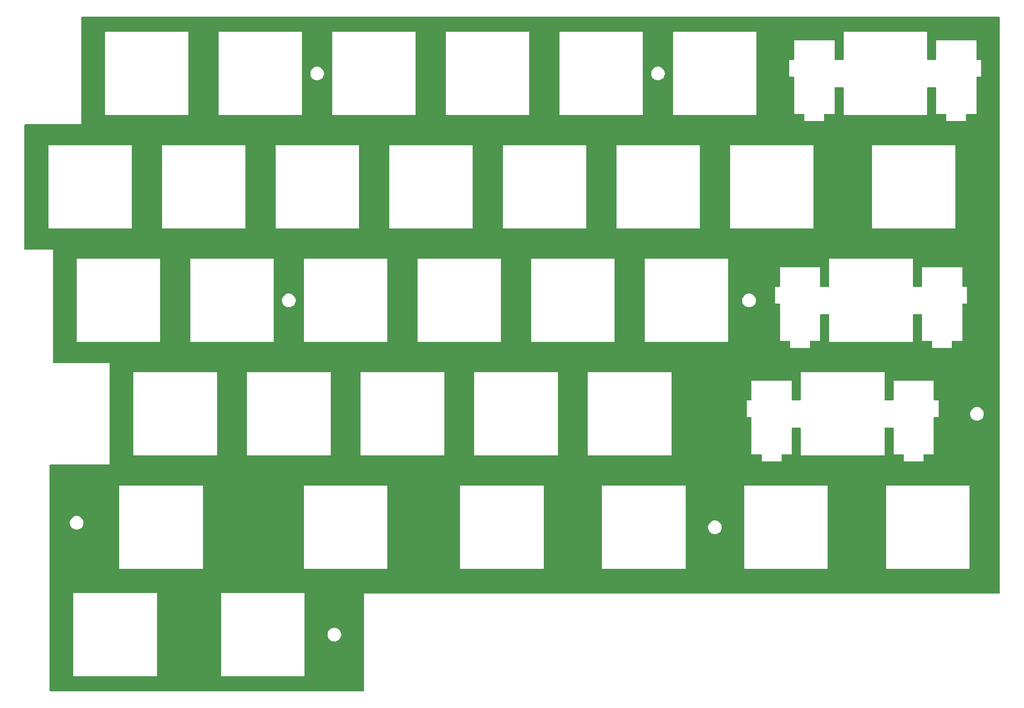
<source format=gbr>
%TF.GenerationSoftware,KiCad,Pcbnew,8.0.7*%
%TF.CreationDate,2025-08-07T20:29:27+02:00*%
%TF.ProjectId,plate6_dx,706c6174-6536-45f6-9478-2e6b69636164,rev?*%
%TF.SameCoordinates,Original*%
%TF.FileFunction,Copper,L1,Top*%
%TF.FilePolarity,Positive*%
%FSLAX46Y46*%
G04 Gerber Fmt 4.6, Leading zero omitted, Abs format (unit mm)*
G04 Created by KiCad (PCBNEW 8.0.7) date 2025-08-07 20:29:27*
%MOMM*%
%LPD*%
G01*
G04 APERTURE LIST*
G04 APERTURE END LIST*
%TA.AperFunction,NonConductor*%
G36*
X249046039Y-57811441D02*
G01*
X249091794Y-57864245D01*
X249103000Y-57915756D01*
X249103000Y-154514595D01*
X249083315Y-154581634D01*
X249030511Y-154627389D01*
X248979000Y-154638595D01*
X142525000Y-154638595D01*
X142525000Y-170891050D01*
X142505315Y-170958089D01*
X142452511Y-171003844D01*
X142401000Y-171015050D01*
X89899000Y-171015050D01*
X89831961Y-170995365D01*
X89786206Y-170942561D01*
X89775000Y-170891050D01*
X89775000Y-168515050D01*
X93775000Y-168515050D01*
X107775000Y-168515050D01*
X118525000Y-168515050D01*
X132525000Y-168515050D01*
X132525000Y-161408714D01*
X136377453Y-161408714D01*
X136377453Y-161621386D01*
X136416531Y-161830437D01*
X136493356Y-162028744D01*
X136493358Y-162028750D01*
X136605308Y-162209555D01*
X136605314Y-162209564D01*
X136748590Y-162366731D01*
X136918306Y-162494894D01*
X137015889Y-162543484D01*
X137108671Y-162589685D01*
X137108675Y-162589686D01*
X137108682Y-162589690D01*
X137313235Y-162647891D01*
X137524999Y-162667514D01*
X137525000Y-162667514D01*
X137525001Y-162667514D01*
X137595588Y-162660973D01*
X137736765Y-162647891D01*
X137941318Y-162589690D01*
X138131694Y-162494894D01*
X138301410Y-162366731D01*
X138444686Y-162209564D01*
X138556643Y-162028747D01*
X138633469Y-161830437D01*
X138672547Y-161621386D01*
X138675000Y-161515050D01*
X138672547Y-161408714D01*
X138633469Y-161199663D01*
X138556643Y-161001353D01*
X138444686Y-160820536D01*
X138301410Y-160663369D01*
X138131694Y-160535206D01*
X137941328Y-160440414D01*
X137941315Y-160440409D01*
X137871817Y-160420635D01*
X137736765Y-160382209D01*
X137630882Y-160372398D01*
X137525001Y-160362587D01*
X137524999Y-160362587D01*
X137313235Y-160382209D01*
X137108684Y-160440409D01*
X137108671Y-160440414D01*
X136918305Y-160535206D01*
X136748591Y-160663368D01*
X136748590Y-160663369D01*
X136605314Y-160820536D01*
X136605312Y-160820537D01*
X136605310Y-160820541D01*
X136605308Y-160820544D01*
X136493358Y-161001349D01*
X136493357Y-161001353D01*
X136416531Y-161199663D01*
X136377453Y-161408714D01*
X132525000Y-161408714D01*
X132525000Y-154515050D01*
X118525000Y-154515050D01*
X118525000Y-168515050D01*
X107775000Y-168515050D01*
X107775000Y-154515050D01*
X93775000Y-154515050D01*
X93775000Y-168515050D01*
X89775000Y-168515050D01*
X89775000Y-150515500D01*
X101455000Y-150515500D01*
X115456000Y-150515500D01*
X132413000Y-150515500D01*
X146412000Y-150515500D01*
X158605000Y-150515500D01*
X172606000Y-150515500D01*
X182419000Y-150515500D01*
X196418000Y-150515500D01*
X206230000Y-150515500D01*
X220231000Y-150515500D01*
X230044000Y-150515500D01*
X244044000Y-150515500D01*
X244044000Y-136514600D01*
X230044000Y-136514600D01*
X230044000Y-150515500D01*
X220231000Y-150515500D01*
X220231000Y-136514600D01*
X206230000Y-136514600D01*
X206230000Y-150515500D01*
X196418000Y-150515500D01*
X196418000Y-143408714D01*
X200176453Y-143408714D01*
X200176453Y-143621386D01*
X200215531Y-143830437D01*
X200236627Y-143884891D01*
X200292356Y-144028744D01*
X200292358Y-144028750D01*
X200404308Y-144209555D01*
X200404314Y-144209564D01*
X200547590Y-144366731D01*
X200717306Y-144494894D01*
X200814889Y-144543484D01*
X200907671Y-144589685D01*
X200907675Y-144589686D01*
X200907682Y-144589690D01*
X201112235Y-144647891D01*
X201323999Y-144667514D01*
X201324000Y-144667514D01*
X201324001Y-144667514D01*
X201394588Y-144660973D01*
X201535765Y-144647891D01*
X201740318Y-144589690D01*
X201930694Y-144494894D01*
X202100410Y-144366731D01*
X202243686Y-144209564D01*
X202355643Y-144028747D01*
X202432469Y-143830437D01*
X202471547Y-143621386D01*
X202474000Y-143515050D01*
X202471547Y-143408714D01*
X202432469Y-143199663D01*
X202355643Y-143001353D01*
X202267120Y-142858384D01*
X202243691Y-142820544D01*
X202243689Y-142820541D01*
X202243686Y-142820536D01*
X202100410Y-142663369D01*
X201930694Y-142535206D01*
X201740328Y-142440414D01*
X201740315Y-142440409D01*
X201670817Y-142420635D01*
X201535765Y-142382209D01*
X201429882Y-142372398D01*
X201324001Y-142362587D01*
X201323999Y-142362587D01*
X201112235Y-142382209D01*
X200907684Y-142440409D01*
X200907671Y-142440414D01*
X200717305Y-142535206D01*
X200547591Y-142663368D01*
X200547590Y-142663369D01*
X200404314Y-142820536D01*
X200404312Y-142820537D01*
X200404310Y-142820541D01*
X200404308Y-142820544D01*
X200292358Y-143001349D01*
X200292357Y-143001353D01*
X200215531Y-143199663D01*
X200176453Y-143408714D01*
X196418000Y-143408714D01*
X196418000Y-136514600D01*
X182419000Y-136514600D01*
X182419000Y-150515500D01*
X172606000Y-150515500D01*
X172606000Y-136514600D01*
X158605000Y-136514600D01*
X158605000Y-150515500D01*
X146412000Y-150515500D01*
X146412000Y-136514600D01*
X132413000Y-136514600D01*
X132413000Y-150515500D01*
X115456000Y-150515500D01*
X115456000Y-136514600D01*
X101455000Y-136514600D01*
X101455000Y-150515500D01*
X89775000Y-150515500D01*
X89775000Y-142645714D01*
X93167453Y-142645714D01*
X93167453Y-142858386D01*
X93206531Y-143067437D01*
X93257757Y-143199665D01*
X93283356Y-143265744D01*
X93283358Y-143265750D01*
X93395308Y-143446555D01*
X93395314Y-143446564D01*
X93538590Y-143603731D01*
X93708306Y-143731894D01*
X93805889Y-143780484D01*
X93898671Y-143826685D01*
X93898675Y-143826686D01*
X93898682Y-143826690D01*
X94103235Y-143884891D01*
X94314999Y-143904514D01*
X94315000Y-143904514D01*
X94315001Y-143904514D01*
X94385588Y-143897973D01*
X94526765Y-143884891D01*
X94731318Y-143826690D01*
X94921694Y-143731894D01*
X95091410Y-143603731D01*
X95234686Y-143446564D01*
X95346643Y-143265747D01*
X95423469Y-143067437D01*
X95462547Y-142858386D01*
X95465000Y-142752050D01*
X95462547Y-142645714D01*
X95423469Y-142436663D01*
X95346643Y-142238353D01*
X95234686Y-142057536D01*
X95091410Y-141900369D01*
X94921694Y-141772206D01*
X94731328Y-141677414D01*
X94731315Y-141677409D01*
X94661817Y-141657635D01*
X94526765Y-141619209D01*
X94420882Y-141609398D01*
X94315001Y-141599587D01*
X94314999Y-141599587D01*
X94103235Y-141619209D01*
X93898684Y-141677409D01*
X93898671Y-141677414D01*
X93708305Y-141772206D01*
X93538591Y-141900368D01*
X93538590Y-141900369D01*
X93395314Y-142057536D01*
X93395312Y-142057537D01*
X93395310Y-142057541D01*
X93395308Y-142057544D01*
X93283358Y-142238349D01*
X93283357Y-142238353D01*
X93206531Y-142436663D01*
X93167453Y-142645714D01*
X89775000Y-142645714D01*
X89775000Y-133112600D01*
X89794685Y-133045561D01*
X89847489Y-132999806D01*
X89899000Y-132988600D01*
X99838000Y-132988600D01*
X99838000Y-131465300D01*
X103838000Y-131465300D01*
X117837000Y-131465300D01*
X122888000Y-131465300D01*
X136887000Y-131465300D01*
X141938000Y-131465300D01*
X155937000Y-131465300D01*
X160988000Y-131465300D01*
X174987000Y-131465300D01*
X180038000Y-131465300D01*
X194037000Y-131465300D01*
X194037000Y-122166500D01*
X206656000Y-122166500D01*
X206656000Y-124965400D01*
X207356000Y-124965400D01*
X207423039Y-124985085D01*
X207468794Y-125037889D01*
X207480000Y-125089400D01*
X207480000Y-131235300D01*
X209081000Y-131235300D01*
X209148039Y-131254985D01*
X209193794Y-131307789D01*
X209205000Y-131359300D01*
X209205000Y-132435500D01*
X212506000Y-132435500D01*
X212506000Y-131359300D01*
X212525685Y-131292261D01*
X212578489Y-131246506D01*
X212630000Y-131235300D01*
X214231000Y-131235300D01*
X214231000Y-126888900D01*
X214250685Y-126821861D01*
X214303489Y-126776106D01*
X214355000Y-126764900D01*
X215631000Y-126764900D01*
X215698039Y-126784585D01*
X215743794Y-126837389D01*
X215755000Y-126888900D01*
X215755000Y-131465300D01*
X229756000Y-131465300D01*
X229756000Y-126888900D01*
X229775685Y-126821861D01*
X229828489Y-126776106D01*
X229880000Y-126764900D01*
X231156000Y-126764900D01*
X231223039Y-126784585D01*
X231268794Y-126837389D01*
X231280000Y-126888900D01*
X231280000Y-131235300D01*
X232881000Y-131235300D01*
X232948039Y-131254985D01*
X232993794Y-131307789D01*
X233005000Y-131359300D01*
X233005000Y-132435500D01*
X236307000Y-132435500D01*
X236307000Y-131359300D01*
X236326685Y-131292261D01*
X236379489Y-131246506D01*
X236431000Y-131235300D01*
X238032000Y-131235300D01*
X238032000Y-125089400D01*
X238051685Y-125022361D01*
X238104489Y-124976606D01*
X238156000Y-124965400D01*
X238854000Y-124965400D01*
X238854000Y-124359314D01*
X244130953Y-124359314D01*
X244130953Y-124571986D01*
X244170031Y-124781037D01*
X244241454Y-124965400D01*
X244246856Y-124979344D01*
X244246858Y-124979350D01*
X244358808Y-125160155D01*
X244358814Y-125160164D01*
X244502090Y-125317331D01*
X244671806Y-125445494D01*
X244769389Y-125494084D01*
X244862171Y-125540285D01*
X244862175Y-125540286D01*
X244862182Y-125540290D01*
X245066735Y-125598491D01*
X245278499Y-125618114D01*
X245278500Y-125618114D01*
X245278501Y-125618114D01*
X245349088Y-125611573D01*
X245490265Y-125598491D01*
X245694818Y-125540290D01*
X245885194Y-125445494D01*
X246054910Y-125317331D01*
X246198186Y-125160164D01*
X246310143Y-124979347D01*
X246386969Y-124781037D01*
X246426047Y-124571986D01*
X246428500Y-124465650D01*
X246426047Y-124359314D01*
X246386969Y-124150263D01*
X246310143Y-123951953D01*
X246198186Y-123771136D01*
X246054910Y-123613969D01*
X245885194Y-123485806D01*
X245694828Y-123391014D01*
X245694815Y-123391009D01*
X245625317Y-123371235D01*
X245490265Y-123332809D01*
X245384382Y-123322998D01*
X245278501Y-123313187D01*
X245278499Y-123313187D01*
X245066735Y-123332809D01*
X244862184Y-123391009D01*
X244862171Y-123391014D01*
X244671805Y-123485806D01*
X244502091Y-123613968D01*
X244502090Y-123613969D01*
X244358814Y-123771136D01*
X244358812Y-123771137D01*
X244358810Y-123771141D01*
X244358808Y-123771144D01*
X244246858Y-123951949D01*
X244246857Y-123951953D01*
X244170031Y-124150263D01*
X244130953Y-124359314D01*
X238854000Y-124359314D01*
X238854000Y-122166500D01*
X238156000Y-122166500D01*
X238088961Y-122146815D01*
X238043206Y-122094011D01*
X238032000Y-122042500D01*
X238032000Y-118936400D01*
X231280000Y-118936400D01*
X231280000Y-122042500D01*
X231260315Y-122109539D01*
X231207511Y-122155294D01*
X231156000Y-122166500D01*
X229880000Y-122166500D01*
X229812961Y-122146815D01*
X229767206Y-122094011D01*
X229756000Y-122042500D01*
X229756000Y-117466000D01*
X215755000Y-117466000D01*
X215755000Y-122042500D01*
X215735315Y-122109539D01*
X215682511Y-122155294D01*
X215631000Y-122166500D01*
X214355000Y-122166500D01*
X214287961Y-122146815D01*
X214242206Y-122094011D01*
X214231000Y-122042500D01*
X214231000Y-118936400D01*
X207480000Y-118936400D01*
X207480000Y-122042500D01*
X207460315Y-122109539D01*
X207407511Y-122155294D01*
X207356000Y-122166500D01*
X206656000Y-122166500D01*
X194037000Y-122166500D01*
X194037000Y-117466000D01*
X180038000Y-117466000D01*
X180038000Y-131465300D01*
X174987000Y-131465300D01*
X174987000Y-117466000D01*
X160988000Y-117466000D01*
X160988000Y-131465300D01*
X155937000Y-131465300D01*
X155937000Y-117466000D01*
X141938000Y-117466000D01*
X141938000Y-131465300D01*
X136887000Y-131465300D01*
X136887000Y-117466000D01*
X122888000Y-117466000D01*
X122888000Y-131465300D01*
X117837000Y-131465300D01*
X117837000Y-117466000D01*
X103838000Y-117466000D01*
X103838000Y-131465300D01*
X99838000Y-131465300D01*
X99838000Y-115941300D01*
X90437000Y-115941300D01*
X90369961Y-115921615D01*
X90324206Y-115868811D01*
X90313000Y-115817300D01*
X90313000Y-112415300D01*
X94313000Y-112415300D01*
X108312000Y-112415300D01*
X113363000Y-112415300D01*
X127362000Y-112415300D01*
X132413000Y-112415300D01*
X146412000Y-112415300D01*
X151463000Y-112415300D01*
X165462000Y-112415300D01*
X170513000Y-112415300D01*
X184512000Y-112415300D01*
X189563000Y-112415300D01*
X203562000Y-112415300D01*
X203562000Y-105309314D01*
X205914953Y-105309314D01*
X205914953Y-105521986D01*
X205954031Y-105731037D01*
X206025454Y-105915400D01*
X206030856Y-105929344D01*
X206030858Y-105929350D01*
X206142808Y-106110155D01*
X206142814Y-106110164D01*
X206286090Y-106267331D01*
X206455806Y-106395494D01*
X206553389Y-106444084D01*
X206646171Y-106490285D01*
X206646175Y-106490286D01*
X206646182Y-106490290D01*
X206850735Y-106548491D01*
X207062499Y-106568114D01*
X207062500Y-106568114D01*
X207062501Y-106568114D01*
X207133088Y-106561573D01*
X207274265Y-106548491D01*
X207478818Y-106490290D01*
X207669194Y-106395494D01*
X207838910Y-106267331D01*
X207982186Y-106110164D01*
X208094143Y-105929347D01*
X208170969Y-105731037D01*
X208210047Y-105521986D01*
X208212500Y-105415650D01*
X208210047Y-105309314D01*
X208170969Y-105100263D01*
X208094143Y-104901953D01*
X207982186Y-104721136D01*
X207838910Y-104563969D01*
X207669194Y-104435806D01*
X207478828Y-104341014D01*
X207478815Y-104341009D01*
X207409317Y-104321235D01*
X207274265Y-104282809D01*
X207168382Y-104272998D01*
X207062501Y-104263187D01*
X207062499Y-104263187D01*
X206850735Y-104282809D01*
X206646184Y-104341009D01*
X206646171Y-104341014D01*
X206455805Y-104435806D01*
X206286091Y-104563968D01*
X206286090Y-104563969D01*
X206142814Y-104721136D01*
X206142812Y-104721137D01*
X206142810Y-104721141D01*
X206142808Y-104721144D01*
X206030858Y-104901949D01*
X206030857Y-104901953D01*
X205954031Y-105100263D01*
X205914953Y-105309314D01*
X203562000Y-105309314D01*
X203562000Y-103116500D01*
X211418000Y-103116500D01*
X211418000Y-105915400D01*
X212120000Y-105915400D01*
X212187039Y-105935085D01*
X212232794Y-105987889D01*
X212244000Y-106039400D01*
X212244000Y-112185300D01*
X213845000Y-112185300D01*
X213912039Y-112204985D01*
X213957794Y-112257789D01*
X213969000Y-112309300D01*
X213969000Y-113385500D01*
X217268000Y-113385500D01*
X217268000Y-112309300D01*
X217287685Y-112242261D01*
X217340489Y-112196506D01*
X217392000Y-112185300D01*
X218994000Y-112185300D01*
X218994000Y-107840300D01*
X219013685Y-107773261D01*
X219066489Y-107727506D01*
X219118000Y-107716300D01*
X220395000Y-107716300D01*
X220462039Y-107735985D01*
X220507794Y-107788789D01*
X220519000Y-107840300D01*
X220519000Y-112415300D01*
X234518000Y-112415300D01*
X234518000Y-107840300D01*
X234537685Y-107773261D01*
X234590489Y-107727506D01*
X234642000Y-107716300D01*
X235919000Y-107716300D01*
X235986039Y-107735985D01*
X236031794Y-107788789D01*
X236043000Y-107840300D01*
X236043000Y-112185300D01*
X237644000Y-112185300D01*
X237711039Y-112204985D01*
X237756794Y-112257789D01*
X237768000Y-112309300D01*
X237768000Y-113385500D01*
X241070000Y-113385500D01*
X241070000Y-112309300D01*
X241089685Y-112242261D01*
X241142489Y-112196506D01*
X241194000Y-112185300D01*
X242795000Y-112185300D01*
X242795000Y-106039400D01*
X242814685Y-105972361D01*
X242867489Y-105926606D01*
X242919000Y-105915400D01*
X243620000Y-105915400D01*
X243620000Y-103116500D01*
X242919000Y-103116500D01*
X242851961Y-103096815D01*
X242806206Y-103044011D01*
X242795000Y-102992500D01*
X242795000Y-99886400D01*
X236043000Y-99886400D01*
X236043000Y-102992500D01*
X236023315Y-103059539D01*
X235970511Y-103105294D01*
X235919000Y-103116500D01*
X234642000Y-103116500D01*
X234574961Y-103096815D01*
X234529206Y-103044011D01*
X234518000Y-102992500D01*
X234518000Y-98416000D01*
X220519000Y-98416000D01*
X220519000Y-102992500D01*
X220499315Y-103059539D01*
X220446511Y-103105294D01*
X220395000Y-103116500D01*
X219118000Y-103116500D01*
X219050961Y-103096815D01*
X219005206Y-103044011D01*
X218994000Y-102992500D01*
X218994000Y-99886400D01*
X212244000Y-99886400D01*
X212244000Y-102992500D01*
X212224315Y-103059539D01*
X212171511Y-103105294D01*
X212120000Y-103116500D01*
X211418000Y-103116500D01*
X203562000Y-103116500D01*
X203562000Y-98416000D01*
X189563000Y-98416000D01*
X189563000Y-112415300D01*
X184512000Y-112415300D01*
X184512000Y-98416000D01*
X170513000Y-98416000D01*
X170513000Y-112415300D01*
X165462000Y-112415300D01*
X165462000Y-98416000D01*
X151463000Y-98416000D01*
X151463000Y-112415300D01*
X146412000Y-112415300D01*
X146412000Y-98416000D01*
X132413000Y-98416000D01*
X132413000Y-112415300D01*
X127362000Y-112415300D01*
X127362000Y-105309314D01*
X128739953Y-105309314D01*
X128739953Y-105521986D01*
X128779031Y-105731037D01*
X128850454Y-105915400D01*
X128855856Y-105929344D01*
X128855858Y-105929350D01*
X128967808Y-106110155D01*
X128967814Y-106110164D01*
X129111090Y-106267331D01*
X129280806Y-106395494D01*
X129378389Y-106444084D01*
X129471171Y-106490285D01*
X129471175Y-106490286D01*
X129471182Y-106490290D01*
X129675735Y-106548491D01*
X129887499Y-106568114D01*
X129887500Y-106568114D01*
X129887501Y-106568114D01*
X129958088Y-106561573D01*
X130099265Y-106548491D01*
X130303818Y-106490290D01*
X130494194Y-106395494D01*
X130663910Y-106267331D01*
X130807186Y-106110164D01*
X130919143Y-105929347D01*
X130995969Y-105731037D01*
X131035047Y-105521986D01*
X131037500Y-105415650D01*
X131035047Y-105309314D01*
X130995969Y-105100263D01*
X130919143Y-104901953D01*
X130807186Y-104721136D01*
X130663910Y-104563969D01*
X130494194Y-104435806D01*
X130303828Y-104341014D01*
X130303815Y-104341009D01*
X130234317Y-104321235D01*
X130099265Y-104282809D01*
X129993382Y-104272998D01*
X129887501Y-104263187D01*
X129887499Y-104263187D01*
X129675735Y-104282809D01*
X129471184Y-104341009D01*
X129471171Y-104341014D01*
X129280805Y-104435806D01*
X129111091Y-104563968D01*
X129111090Y-104563969D01*
X128967814Y-104721136D01*
X128967812Y-104721137D01*
X128967810Y-104721141D01*
X128967808Y-104721144D01*
X128855858Y-104901949D01*
X128855857Y-104901953D01*
X128779031Y-105100263D01*
X128739953Y-105309314D01*
X127362000Y-105309314D01*
X127362000Y-98416000D01*
X113363000Y-98416000D01*
X113363000Y-112415300D01*
X108312000Y-112415300D01*
X108312000Y-98416000D01*
X94313000Y-98416000D01*
X94313000Y-112415300D01*
X90313000Y-112415300D01*
X90313000Y-96891300D01*
X85674000Y-96891300D01*
X85606961Y-96871615D01*
X85561206Y-96818811D01*
X85550000Y-96767300D01*
X85550000Y-93365300D01*
X89550000Y-93365300D01*
X103550000Y-93365300D01*
X108600000Y-93365300D01*
X122600000Y-93365300D01*
X127650000Y-93365300D01*
X141650000Y-93365300D01*
X146700000Y-93365300D01*
X160700000Y-93365300D01*
X165750000Y-93365300D01*
X179750000Y-93365300D01*
X184800000Y-93365300D01*
X198800000Y-93365300D01*
X203850000Y-93365300D01*
X217850000Y-93365300D01*
X227663000Y-93365300D01*
X241662000Y-93365300D01*
X241662000Y-79366000D01*
X227663000Y-79366000D01*
X227663000Y-93365300D01*
X217850000Y-93365300D01*
X217850000Y-79366000D01*
X203850000Y-79366000D01*
X203850000Y-93365300D01*
X198800000Y-93365300D01*
X198800000Y-79366000D01*
X184800000Y-79366000D01*
X184800000Y-93365300D01*
X179750000Y-93365300D01*
X179750000Y-79366000D01*
X165750000Y-79366000D01*
X165750000Y-93365300D01*
X160700000Y-93365300D01*
X160700000Y-79366000D01*
X146700000Y-79366000D01*
X146700000Y-93365300D01*
X141650000Y-93365300D01*
X141650000Y-79366000D01*
X127650000Y-79366000D01*
X127650000Y-93365300D01*
X122600000Y-93365300D01*
X122600000Y-79366000D01*
X108600000Y-79366000D01*
X108600000Y-93365300D01*
X103550000Y-93365300D01*
X103550000Y-79366000D01*
X89550000Y-79366000D01*
X89550000Y-93365300D01*
X85550000Y-93365300D01*
X85550000Y-75964000D01*
X85569685Y-75896961D01*
X85622489Y-75851206D01*
X85674000Y-75840000D01*
X95075000Y-75840000D01*
X95075000Y-74315300D01*
X99075000Y-74315300D01*
X113075000Y-74315300D01*
X118125000Y-74315300D01*
X132125000Y-74315300D01*
X137175000Y-74315300D01*
X151175000Y-74315300D01*
X156225000Y-74315300D01*
X170225000Y-74315300D01*
X175275000Y-74315300D01*
X189275000Y-74315300D01*
X194325000Y-74315300D01*
X208325000Y-74315300D01*
X208325000Y-65016100D01*
X213800000Y-65016100D01*
X213800000Y-67815100D01*
X214501000Y-67815100D01*
X214568039Y-67834785D01*
X214613794Y-67887589D01*
X214625000Y-67939100D01*
X214625000Y-74085300D01*
X216225000Y-74085300D01*
X216292039Y-74104985D01*
X216337794Y-74157789D01*
X216349000Y-74209300D01*
X216349000Y-75285500D01*
X219649000Y-75285500D01*
X219649000Y-74209300D01*
X219668685Y-74142261D01*
X219721489Y-74096506D01*
X219773000Y-74085300D01*
X221375000Y-74085300D01*
X221375000Y-69740100D01*
X221394685Y-69673061D01*
X221447489Y-69627306D01*
X221499000Y-69616100D01*
X222776000Y-69616100D01*
X222843039Y-69635785D01*
X222888794Y-69688589D01*
X222900000Y-69740100D01*
X222900000Y-74315300D01*
X236900000Y-74315300D01*
X236900000Y-69740100D01*
X236919685Y-69673061D01*
X236972489Y-69627306D01*
X237024000Y-69616100D01*
X238300000Y-69616100D01*
X238367039Y-69635785D01*
X238412794Y-69688589D01*
X238424000Y-69740100D01*
X238424000Y-74085300D01*
X240025000Y-74085300D01*
X240092039Y-74104985D01*
X240137794Y-74157789D01*
X240149000Y-74209300D01*
X240149000Y-75285500D01*
X243451000Y-75285500D01*
X243451000Y-74209300D01*
X243470685Y-74142261D01*
X243523489Y-74096506D01*
X243575000Y-74085300D01*
X245176000Y-74085300D01*
X245176000Y-67939100D01*
X245195685Y-67872061D01*
X245248489Y-67826306D01*
X245300000Y-67815100D01*
X245998000Y-67815100D01*
X245998000Y-65016100D01*
X245300000Y-65016100D01*
X245232961Y-64996415D01*
X245187206Y-64943611D01*
X245176000Y-64892100D01*
X245176000Y-61786100D01*
X238424000Y-61786100D01*
X238424000Y-64892100D01*
X238404315Y-64959139D01*
X238351511Y-65004894D01*
X238300000Y-65016100D01*
X237024000Y-65016100D01*
X236956961Y-64996415D01*
X236911206Y-64943611D01*
X236900000Y-64892100D01*
X236900000Y-60316100D01*
X222900000Y-60316100D01*
X222900000Y-64892100D01*
X222880315Y-64959139D01*
X222827511Y-65004894D01*
X222776000Y-65016100D01*
X221499000Y-65016100D01*
X221431961Y-64996415D01*
X221386206Y-64943611D01*
X221375000Y-64892100D01*
X221375000Y-61786100D01*
X214625000Y-61786100D01*
X214625000Y-64892100D01*
X214605315Y-64959139D01*
X214552511Y-65004894D01*
X214501000Y-65016100D01*
X213800000Y-65016100D01*
X208325000Y-65016100D01*
X208325000Y-60316100D01*
X194325000Y-60316100D01*
X194325000Y-74315300D01*
X189275000Y-74315300D01*
X189275000Y-67209364D01*
X190652453Y-67209364D01*
X190652453Y-67422036D01*
X190691531Y-67631087D01*
X190762818Y-67815100D01*
X190768356Y-67829394D01*
X190768358Y-67829400D01*
X190836282Y-67939100D01*
X190880314Y-68010214D01*
X191023590Y-68167381D01*
X191193306Y-68295544D01*
X191290889Y-68344134D01*
X191383671Y-68390335D01*
X191383675Y-68390336D01*
X191383682Y-68390340D01*
X191588235Y-68448541D01*
X191799999Y-68468164D01*
X191800000Y-68468164D01*
X191800001Y-68468164D01*
X191870588Y-68461623D01*
X192011765Y-68448541D01*
X192216318Y-68390340D01*
X192406694Y-68295544D01*
X192576410Y-68167381D01*
X192719686Y-68010214D01*
X192831643Y-67829397D01*
X192908469Y-67631087D01*
X192947547Y-67422036D01*
X192950000Y-67315700D01*
X192947547Y-67209364D01*
X192908469Y-67000313D01*
X192831643Y-66802003D01*
X192719686Y-66621186D01*
X192576410Y-66464019D01*
X192406694Y-66335856D01*
X192216328Y-66241064D01*
X192216315Y-66241059D01*
X192146817Y-66221285D01*
X192011765Y-66182859D01*
X191905882Y-66173048D01*
X191800001Y-66163237D01*
X191799999Y-66163237D01*
X191588235Y-66182859D01*
X191383684Y-66241059D01*
X191383671Y-66241064D01*
X191193305Y-66335856D01*
X191023591Y-66464018D01*
X191023590Y-66464019D01*
X190880314Y-66621186D01*
X190880312Y-66621187D01*
X190880310Y-66621191D01*
X190880308Y-66621194D01*
X190768358Y-66801999D01*
X190768357Y-66802003D01*
X190691531Y-67000313D01*
X190652453Y-67209364D01*
X189275000Y-67209364D01*
X189275000Y-60316100D01*
X175275000Y-60316100D01*
X175275000Y-74315300D01*
X170225000Y-74315300D01*
X170225000Y-60316100D01*
X156225000Y-60316100D01*
X156225000Y-74315300D01*
X151175000Y-74315300D01*
X151175000Y-60316100D01*
X137175000Y-60316100D01*
X137175000Y-74315300D01*
X132125000Y-74315300D01*
X132125000Y-67209364D01*
X133502453Y-67209364D01*
X133502453Y-67422036D01*
X133541531Y-67631087D01*
X133612818Y-67815100D01*
X133618356Y-67829394D01*
X133618358Y-67829400D01*
X133686282Y-67939100D01*
X133730314Y-68010214D01*
X133873590Y-68167381D01*
X134043306Y-68295544D01*
X134140889Y-68344134D01*
X134233671Y-68390335D01*
X134233675Y-68390336D01*
X134233682Y-68390340D01*
X134438235Y-68448541D01*
X134649999Y-68468164D01*
X134650000Y-68468164D01*
X134650001Y-68468164D01*
X134720588Y-68461623D01*
X134861765Y-68448541D01*
X135066318Y-68390340D01*
X135256694Y-68295544D01*
X135426410Y-68167381D01*
X135569686Y-68010214D01*
X135681643Y-67829397D01*
X135758469Y-67631087D01*
X135797547Y-67422036D01*
X135800000Y-67315700D01*
X135797547Y-67209364D01*
X135758469Y-67000313D01*
X135681643Y-66802003D01*
X135569686Y-66621186D01*
X135426410Y-66464019D01*
X135256694Y-66335856D01*
X135066328Y-66241064D01*
X135066315Y-66241059D01*
X134996817Y-66221285D01*
X134861765Y-66182859D01*
X134755882Y-66173048D01*
X134650001Y-66163237D01*
X134649999Y-66163237D01*
X134438235Y-66182859D01*
X134233684Y-66241059D01*
X134233671Y-66241064D01*
X134043305Y-66335856D01*
X133873591Y-66464018D01*
X133873590Y-66464019D01*
X133730314Y-66621186D01*
X133730312Y-66621187D01*
X133730310Y-66621191D01*
X133730308Y-66621194D01*
X133618358Y-66801999D01*
X133618357Y-66802003D01*
X133541531Y-67000313D01*
X133502453Y-67209364D01*
X132125000Y-67209364D01*
X132125000Y-60316100D01*
X118125000Y-60316100D01*
X118125000Y-74315300D01*
X113075000Y-74315300D01*
X113075000Y-60316100D01*
X99075000Y-60316100D01*
X99075000Y-74315300D01*
X95075000Y-74315300D01*
X95075000Y-57915756D01*
X95094685Y-57848717D01*
X95147489Y-57802962D01*
X95199000Y-57791756D01*
X248979000Y-57791756D01*
X249046039Y-57811441D01*
G37*
%TD.AperFunction*%
M02*

</source>
